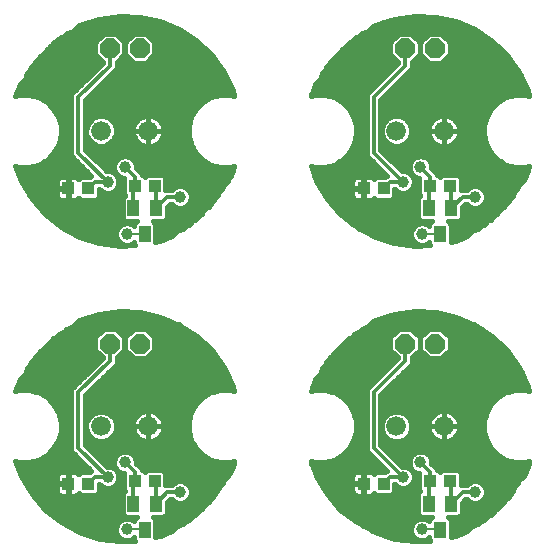
<source format=gbl>
G75*
%MOIN*%
%OFA0B0*%
%FSLAX25Y25*%
%IPPOS*%
%LPD*%
%AMOC8*
5,1,8,0,0,1.08239X$1,22.5*
%
%ADD10R,0.03937X0.05512*%
%ADD11R,0.03937X0.04331*%
%ADD12C,0.06600*%
%ADD13OC8,0.06600*%
%ADD14C,0.01600*%
%ADD15C,0.01400*%
%ADD16C,0.03962*%
%ADD17C,0.00800*%
D10*
X0053077Y0024419D03*
X0060557Y0024419D03*
X0056817Y0015757D03*
X0151502Y0024419D03*
X0158982Y0024419D03*
X0155242Y0015757D03*
X0155242Y0114183D03*
X0158982Y0122844D03*
X0151502Y0122844D03*
X0060557Y0122844D03*
X0053077Y0122844D03*
X0056817Y0114183D03*
D11*
X0053521Y0130350D03*
X0060214Y0130350D03*
X0038065Y0129461D03*
X0031372Y0129461D03*
X0053521Y0031924D03*
X0060214Y0031924D03*
X0038065Y0031036D03*
X0031372Y0031036D03*
X0129797Y0031036D03*
X0136490Y0031036D03*
X0151946Y0031924D03*
X0158639Y0031924D03*
X0158639Y0130350D03*
X0151946Y0130350D03*
X0136490Y0129461D03*
X0129797Y0129461D03*
D12*
X0140764Y0148638D03*
X0156512Y0148638D03*
X0058087Y0148638D03*
X0042339Y0148638D03*
X0042339Y0050213D03*
X0058087Y0050213D03*
X0140764Y0050213D03*
X0156512Y0050213D03*
D13*
X0153638Y0077772D03*
X0143638Y0077772D03*
X0055213Y0077772D03*
X0045213Y0077772D03*
X0045213Y0176197D03*
X0055213Y0176197D03*
X0143638Y0176197D03*
X0153638Y0176197D03*
D14*
X0019139Y0027637D02*
X0023670Y0022451D01*
X0029053Y0018158D01*
X0035117Y0014895D01*
X0041666Y0012767D01*
X0048489Y0011843D01*
X0053518Y0012068D01*
X0053248Y0012339D01*
X0053248Y0013132D01*
X0052876Y0012760D01*
X0051560Y0012214D01*
X0050135Y0012214D01*
X0048819Y0012760D01*
X0047812Y0013767D01*
X0047266Y0015083D01*
X0047266Y0016508D01*
X0047812Y0017824D01*
X0048819Y0018831D01*
X0050135Y0019377D01*
X0051560Y0019377D01*
X0052876Y0018831D01*
X0053248Y0018459D01*
X0053248Y0019176D01*
X0054135Y0020063D01*
X0050445Y0020063D01*
X0049508Y0021000D01*
X0049508Y0027837D01*
X0050360Y0028689D01*
X0049953Y0029096D01*
X0049953Y0034566D01*
X0049627Y0034566D01*
X0048311Y0035112D01*
X0047304Y0036119D01*
X0046758Y0037435D01*
X0046758Y0038860D01*
X0047304Y0040176D01*
X0048311Y0041183D01*
X0049627Y0041729D01*
X0051052Y0041729D01*
X0052368Y0041183D01*
X0053375Y0040176D01*
X0053921Y0038860D01*
X0053921Y0037819D01*
X0055821Y0035919D01*
X0055821Y0035690D01*
X0056152Y0035690D01*
X0056867Y0034975D01*
X0057583Y0035690D01*
X0062845Y0035690D01*
X0063782Y0034753D01*
X0063782Y0030541D01*
X0065863Y0030541D01*
X0066599Y0031277D01*
X0067915Y0031823D01*
X0069340Y0031823D01*
X0070656Y0031277D01*
X0071663Y0030270D01*
X0072209Y0028954D01*
X0072209Y0027529D01*
X0071663Y0026213D01*
X0070656Y0025206D01*
X0069340Y0024660D01*
X0067915Y0024660D01*
X0066599Y0025206D01*
X0065863Y0025942D01*
X0065332Y0025942D01*
X0064125Y0024735D01*
X0064125Y0021000D01*
X0063188Y0020063D01*
X0059498Y0020063D01*
X0060385Y0019176D01*
X0060385Y0013297D01*
X0062082Y0013684D01*
X0065963Y0015343D01*
X0067464Y0016844D01*
X0069481Y0017679D01*
X0070220Y0018419D01*
X0071564Y0018975D01*
X0072976Y0020387D01*
X0073712Y0020692D01*
X0073739Y0020756D01*
X0075338Y0022356D01*
X0075878Y0022579D01*
X0076101Y0023118D01*
X0077700Y0024718D01*
X0078240Y0024941D01*
X0078463Y0025481D01*
X0079760Y0026777D01*
X0080038Y0027449D01*
X0081056Y0028467D01*
X0081613Y0029811D01*
X0082631Y0030829D01*
X0083188Y0032174D01*
X0084724Y0033710D01*
X0086172Y0036717D01*
X0086665Y0038504D01*
X0085268Y0038129D01*
X0082086Y0038129D01*
X0079013Y0038953D01*
X0076258Y0040543D01*
X0074008Y0042793D01*
X0072417Y0045549D01*
X0071594Y0048622D01*
X0071594Y0051803D01*
X0072417Y0054877D01*
X0074008Y0057632D01*
X0076258Y0059882D01*
X0079013Y0061473D01*
X0082086Y0062296D01*
X0085268Y0062296D01*
X0086665Y0061922D01*
X0086172Y0063708D01*
X0083184Y0069912D01*
X0079137Y0075483D01*
X0074160Y0080242D01*
X0068413Y0084035D01*
X0062082Y0086741D01*
X0055368Y0088274D01*
X0048489Y0088583D01*
X0041666Y0087658D01*
X0035117Y0085530D01*
X0034587Y0085245D01*
X0034560Y0085181D01*
X0032961Y0083581D01*
X0030945Y0082746D01*
X0030205Y0082007D01*
X0028861Y0081450D01*
X0027449Y0080038D01*
X0026435Y0079618D01*
X0026293Y0079275D01*
X0024693Y0077676D01*
X0024154Y0077452D01*
X0023930Y0076913D01*
X0022331Y0075314D01*
X0022070Y0075206D01*
X0021962Y0074945D01*
X0020362Y0073345D01*
X0020298Y0073319D01*
X0019993Y0072582D01*
X0018975Y0071564D01*
X0018419Y0070220D01*
X0017679Y0069481D01*
X0016844Y0067464D01*
X0015244Y0065865D01*
X0015224Y0065857D01*
X0013746Y0061918D01*
X0015157Y0062296D01*
X0018339Y0062296D01*
X0021412Y0061473D01*
X0024167Y0059882D01*
X0026417Y0057632D01*
X0028008Y0054877D01*
X0028831Y0051803D01*
X0028831Y0048622D01*
X0028008Y0045549D01*
X0026417Y0042793D01*
X0024167Y0040543D01*
X0021412Y0038953D01*
X0018339Y0038129D01*
X0015157Y0038129D01*
X0013746Y0038507D01*
X0015608Y0033548D01*
X0019139Y0027637D01*
X0018818Y0028175D02*
X0027727Y0028175D01*
X0027726Y0028176D02*
X0027963Y0027765D01*
X0028298Y0027430D01*
X0028709Y0027193D01*
X0029167Y0027070D01*
X0031188Y0027070D01*
X0031188Y0030851D01*
X0031556Y0030851D01*
X0031556Y0027070D01*
X0033578Y0027070D01*
X0034035Y0027193D01*
X0034446Y0027430D01*
X0034781Y0027765D01*
X0034839Y0027865D01*
X0035434Y0027270D01*
X0040696Y0027270D01*
X0041633Y0028208D01*
X0041633Y0030895D01*
X0041733Y0030895D01*
X0042469Y0030159D01*
X0043785Y0029613D01*
X0045210Y0029613D01*
X0046526Y0030159D01*
X0047533Y0031166D01*
X0048079Y0032482D01*
X0048079Y0033907D01*
X0047533Y0035223D01*
X0046526Y0036230D01*
X0045210Y0036776D01*
X0044169Y0036776D01*
X0037019Y0043926D01*
X0037019Y0060563D01*
X0046165Y0069710D01*
X0047513Y0071057D01*
X0047513Y0073142D01*
X0050113Y0075742D01*
X0050113Y0079801D01*
X0047242Y0082672D01*
X0043183Y0082672D01*
X0040313Y0079801D01*
X0040313Y0075742D01*
X0042913Y0073142D01*
X0042913Y0072962D01*
X0032419Y0062468D01*
X0032419Y0042021D01*
X0033766Y0040674D01*
X0039108Y0035331D01*
X0038578Y0034801D01*
X0035434Y0034801D01*
X0034839Y0034206D01*
X0034781Y0034306D01*
X0034446Y0034641D01*
X0034035Y0034878D01*
X0033578Y0035001D01*
X0031556Y0035001D01*
X0031556Y0031220D01*
X0031188Y0031220D01*
X0031188Y0035001D01*
X0029167Y0035001D01*
X0028709Y0034878D01*
X0028298Y0034641D01*
X0027963Y0034306D01*
X0027726Y0033896D01*
X0027604Y0033438D01*
X0027604Y0031220D01*
X0031188Y0031220D01*
X0031188Y0030851D01*
X0027604Y0030851D01*
X0027604Y0028633D01*
X0027726Y0028176D01*
X0027604Y0029773D02*
X0017863Y0029773D01*
X0016908Y0031372D02*
X0027604Y0031372D01*
X0027604Y0032970D02*
X0015953Y0032970D01*
X0015224Y0034569D02*
X0028226Y0034569D01*
X0031188Y0034569D02*
X0031556Y0034569D01*
X0031556Y0032970D02*
X0031188Y0032970D01*
X0031188Y0031372D02*
X0031556Y0031372D01*
X0031556Y0029773D02*
X0031188Y0029773D01*
X0031188Y0028175D02*
X0031556Y0028175D01*
X0034518Y0034569D02*
X0035201Y0034569D01*
X0036674Y0037766D02*
X0014025Y0037766D01*
X0014624Y0036167D02*
X0038272Y0036167D01*
X0041580Y0039364D02*
X0046967Y0039364D01*
X0046758Y0037766D02*
X0043179Y0037766D01*
X0046589Y0036167D02*
X0047284Y0036167D01*
X0047804Y0034569D02*
X0049622Y0034569D01*
X0049953Y0032970D02*
X0048079Y0032970D01*
X0047619Y0031372D02*
X0049953Y0031372D01*
X0049953Y0029773D02*
X0045596Y0029773D01*
X0043399Y0029773D02*
X0041633Y0029773D01*
X0041601Y0028175D02*
X0049845Y0028175D01*
X0049508Y0026576D02*
X0020066Y0026576D01*
X0021462Y0024978D02*
X0049508Y0024978D01*
X0049508Y0023379D02*
X0022859Y0023379D01*
X0024510Y0021781D02*
X0049508Y0021781D01*
X0050326Y0020182D02*
X0026515Y0020182D01*
X0028519Y0018584D02*
X0048571Y0018584D01*
X0047464Y0016985D02*
X0031233Y0016985D01*
X0034203Y0015387D02*
X0047266Y0015387D01*
X0047803Y0013788D02*
X0038523Y0013788D01*
X0045928Y0012190D02*
X0053397Y0012190D01*
X0053248Y0018584D02*
X0053124Y0018584D01*
X0060385Y0018584D02*
X0070619Y0018584D01*
X0072771Y0020182D02*
X0063307Y0020182D01*
X0064125Y0021781D02*
X0074763Y0021781D01*
X0076362Y0023379D02*
X0064125Y0023379D01*
X0064368Y0024978D02*
X0067149Y0024978D01*
X0070106Y0024978D02*
X0078255Y0024978D01*
X0079559Y0026576D02*
X0071814Y0026576D01*
X0072209Y0028175D02*
X0080764Y0028175D01*
X0081597Y0029773D02*
X0071869Y0029773D01*
X0070428Y0031372D02*
X0082856Y0031372D01*
X0083984Y0032970D02*
X0063782Y0032970D01*
X0063782Y0031372D02*
X0066827Y0031372D01*
X0063782Y0034569D02*
X0085138Y0034569D01*
X0085908Y0036167D02*
X0055572Y0036167D01*
X0053974Y0037766D02*
X0086462Y0037766D01*
X0078300Y0039364D02*
X0053712Y0039364D01*
X0052589Y0040963D02*
X0075838Y0040963D01*
X0074240Y0042561D02*
X0038383Y0042561D01*
X0037019Y0044160D02*
X0073219Y0044160D01*
X0072361Y0045758D02*
X0060578Y0045758D01*
X0060760Y0045851D02*
X0061409Y0046323D01*
X0061977Y0046890D01*
X0062449Y0047540D01*
X0062813Y0048255D01*
X0063061Y0049018D01*
X0063187Y0049811D01*
X0063187Y0050213D01*
X0063187Y0050614D01*
X0063061Y0051407D01*
X0062813Y0052170D01*
X0062449Y0052886D01*
X0061977Y0053535D01*
X0061409Y0054103D01*
X0060760Y0054574D01*
X0060044Y0054939D01*
X0059281Y0055187D01*
X0058488Y0055313D01*
X0058087Y0055313D01*
X0058087Y0050213D01*
X0063187Y0050213D01*
X0058087Y0050213D01*
X0058087Y0050213D01*
X0058087Y0050213D01*
X0058087Y0055313D01*
X0057685Y0055313D01*
X0056892Y0055187D01*
X0056129Y0054939D01*
X0055414Y0054574D01*
X0054764Y0054103D01*
X0054197Y0053535D01*
X0053725Y0052886D01*
X0053360Y0052170D01*
X0053112Y0051407D01*
X0052987Y0050614D01*
X0052987Y0050213D01*
X0058086Y0050213D01*
X0058086Y0050213D01*
X0052987Y0050213D01*
X0052987Y0049811D01*
X0053112Y0049018D01*
X0053360Y0048255D01*
X0053725Y0047540D01*
X0054197Y0046890D01*
X0054764Y0046323D01*
X0055414Y0045851D01*
X0056129Y0045486D01*
X0056892Y0045238D01*
X0057685Y0045113D01*
X0058087Y0045113D01*
X0058488Y0045113D01*
X0059281Y0045238D01*
X0060044Y0045486D01*
X0060760Y0045851D01*
X0062316Y0047357D02*
X0071933Y0047357D01*
X0071594Y0048955D02*
X0063041Y0048955D01*
X0063187Y0050554D02*
X0071594Y0050554D01*
X0071687Y0052152D02*
X0062819Y0052152D01*
X0061761Y0053751D02*
X0072116Y0053751D01*
X0072690Y0055349D02*
X0037019Y0055349D01*
X0037019Y0053751D02*
X0038947Y0053751D01*
X0039563Y0054367D02*
X0038185Y0052988D01*
X0037439Y0051187D01*
X0037439Y0049238D01*
X0038185Y0047437D01*
X0039563Y0046059D01*
X0041364Y0045313D01*
X0043313Y0045313D01*
X0045114Y0046059D01*
X0046493Y0047437D01*
X0047239Y0049238D01*
X0047239Y0051187D01*
X0046493Y0052988D01*
X0045114Y0054367D01*
X0043313Y0055113D01*
X0041364Y0055113D01*
X0039563Y0054367D01*
X0037838Y0052152D02*
X0037019Y0052152D01*
X0037019Y0050554D02*
X0037439Y0050554D01*
X0037556Y0048955D02*
X0037019Y0048955D01*
X0037019Y0047357D02*
X0038265Y0047357D01*
X0037019Y0045758D02*
X0040288Y0045758D01*
X0044389Y0045758D02*
X0055595Y0045758D01*
X0053857Y0047357D02*
X0046412Y0047357D01*
X0047122Y0048955D02*
X0053133Y0048955D01*
X0052987Y0050554D02*
X0047239Y0050554D01*
X0046839Y0052152D02*
X0053354Y0052152D01*
X0054412Y0053751D02*
X0045730Y0053751D01*
X0037019Y0056948D02*
X0073613Y0056948D01*
X0074922Y0058546D02*
X0037019Y0058546D01*
X0037019Y0060145D02*
X0076714Y0060145D01*
X0080024Y0061743D02*
X0038199Y0061743D01*
X0039798Y0063342D02*
X0086273Y0063342D01*
X0085579Y0064940D02*
X0041396Y0064940D01*
X0042995Y0066539D02*
X0084809Y0066539D01*
X0084039Y0068137D02*
X0044593Y0068137D01*
X0046192Y0069736D02*
X0083269Y0069736D01*
X0082151Y0071334D02*
X0047513Y0071334D01*
X0047513Y0072933D02*
X0053122Y0072933D01*
X0053183Y0072872D02*
X0057242Y0072872D01*
X0060113Y0075742D01*
X0060113Y0079801D01*
X0057242Y0082672D01*
X0053183Y0082672D01*
X0050313Y0079801D01*
X0050313Y0075742D01*
X0053183Y0072872D01*
X0051523Y0074532D02*
X0048902Y0074532D01*
X0050113Y0076130D02*
X0050313Y0076130D01*
X0050313Y0077729D02*
X0050113Y0077729D01*
X0050113Y0079327D02*
X0050313Y0079327D01*
X0051437Y0080926D02*
X0048988Y0080926D01*
X0047390Y0082524D02*
X0053035Y0082524D01*
X0057390Y0082524D02*
X0070702Y0082524D01*
X0073124Y0080926D02*
X0058988Y0080926D01*
X0060113Y0079327D02*
X0075117Y0079327D01*
X0076789Y0077729D02*
X0060113Y0077729D01*
X0060113Y0076130D02*
X0078460Y0076130D01*
X0079828Y0074532D02*
X0058902Y0074532D01*
X0057304Y0072933D02*
X0080990Y0072933D01*
X0068209Y0084123D02*
X0033502Y0084123D01*
X0035704Y0085721D02*
X0064469Y0085721D01*
X0059548Y0087320D02*
X0040624Y0087320D01*
X0043035Y0082524D02*
X0030723Y0082524D01*
X0028337Y0080926D02*
X0041437Y0080926D01*
X0040313Y0079327D02*
X0026314Y0079327D01*
X0024746Y0077729D02*
X0040313Y0077729D01*
X0040313Y0076130D02*
X0023147Y0076130D01*
X0021549Y0074532D02*
X0041523Y0074532D01*
X0042883Y0072933D02*
X0020139Y0072933D01*
X0018880Y0071334D02*
X0041285Y0071334D01*
X0039686Y0069736D02*
X0017934Y0069736D01*
X0017123Y0068137D02*
X0038088Y0068137D01*
X0036489Y0066539D02*
X0015919Y0066539D01*
X0014881Y0064940D02*
X0034891Y0064940D01*
X0033292Y0063342D02*
X0014281Y0063342D01*
X0020401Y0061743D02*
X0032419Y0061743D01*
X0032419Y0060145D02*
X0023712Y0060145D01*
X0025503Y0058546D02*
X0032419Y0058546D01*
X0032419Y0056948D02*
X0026812Y0056948D01*
X0027735Y0055349D02*
X0032419Y0055349D01*
X0032419Y0053751D02*
X0028310Y0053751D01*
X0028738Y0052152D02*
X0032419Y0052152D01*
X0032419Y0050554D02*
X0028831Y0050554D01*
X0028831Y0048955D02*
X0032419Y0048955D01*
X0032419Y0047357D02*
X0028493Y0047357D01*
X0028064Y0045758D02*
X0032419Y0045758D01*
X0032419Y0044160D02*
X0027206Y0044160D01*
X0026185Y0042561D02*
X0032419Y0042561D01*
X0033477Y0040963D02*
X0024587Y0040963D01*
X0022125Y0039364D02*
X0035075Y0039364D01*
X0039982Y0040963D02*
X0048090Y0040963D01*
X0058087Y0045113D02*
X0058087Y0050212D01*
X0058087Y0045113D01*
X0058087Y0045758D02*
X0058087Y0045758D01*
X0058087Y0047357D02*
X0058087Y0047357D01*
X0058087Y0048955D02*
X0058087Y0048955D01*
X0058087Y0050212D02*
X0058087Y0050212D01*
X0058087Y0050554D02*
X0058087Y0050554D01*
X0058087Y0052152D02*
X0058087Y0052152D01*
X0058087Y0053751D02*
X0058087Y0053751D01*
X0060385Y0016985D02*
X0067805Y0016985D01*
X0066007Y0015387D02*
X0060385Y0015387D01*
X0060385Y0013788D02*
X0062326Y0013788D01*
X0114033Y0033548D02*
X0112171Y0038507D01*
X0113582Y0038129D01*
X0116764Y0038129D01*
X0119837Y0038953D01*
X0122593Y0040543D01*
X0124842Y0042793D01*
X0126433Y0045549D01*
X0127257Y0048622D01*
X0127257Y0051803D01*
X0126433Y0054877D01*
X0124842Y0057632D01*
X0122593Y0059882D01*
X0119837Y0061473D01*
X0116764Y0062296D01*
X0113582Y0062296D01*
X0112171Y0061918D01*
X0113650Y0065857D01*
X0113670Y0065865D01*
X0115269Y0067464D01*
X0116104Y0069481D01*
X0116844Y0070220D01*
X0117401Y0071564D01*
X0118419Y0072582D01*
X0118724Y0073319D01*
X0118788Y0073345D01*
X0120387Y0074945D01*
X0120495Y0075206D01*
X0120756Y0075314D01*
X0122356Y0076913D01*
X0122579Y0077452D01*
X0123118Y0077676D01*
X0124718Y0079275D01*
X0124860Y0079618D01*
X0125874Y0080038D01*
X0127286Y0081450D01*
X0128630Y0082007D01*
X0129370Y0082746D01*
X0131386Y0083581D01*
X0132986Y0085181D01*
X0133012Y0085245D01*
X0133542Y0085530D01*
X0140091Y0087658D01*
X0146915Y0088583D01*
X0153794Y0088274D01*
X0160507Y0086741D01*
X0166838Y0084035D01*
X0172585Y0080242D01*
X0177562Y0075483D01*
X0181610Y0069912D01*
X0184597Y0063708D01*
X0185090Y0061922D01*
X0183693Y0062296D01*
X0180512Y0062296D01*
X0177438Y0061473D01*
X0174683Y0059882D01*
X0172433Y0057632D01*
X0170842Y0054877D01*
X0170019Y0051803D01*
X0170019Y0048622D01*
X0170842Y0045549D01*
X0172433Y0042793D01*
X0174683Y0040543D01*
X0177438Y0038953D01*
X0180512Y0038129D01*
X0183693Y0038129D01*
X0185090Y0038504D01*
X0184597Y0036717D01*
X0183149Y0033710D01*
X0181613Y0032174D01*
X0181056Y0030829D01*
X0180038Y0029811D01*
X0179481Y0028467D01*
X0178463Y0027449D01*
X0178185Y0026777D01*
X0176888Y0025481D01*
X0176665Y0024941D01*
X0176126Y0024718D01*
X0174526Y0023118D01*
X0174303Y0022579D01*
X0173763Y0022356D01*
X0172164Y0020756D01*
X0172137Y0020692D01*
X0171401Y0020387D01*
X0169990Y0018975D01*
X0168645Y0018419D01*
X0167906Y0017679D01*
X0165889Y0016844D01*
X0164389Y0015343D01*
X0160507Y0013684D01*
X0158810Y0013297D01*
X0158810Y0019176D01*
X0157923Y0020063D01*
X0161613Y0020063D01*
X0162551Y0021000D01*
X0162551Y0024735D01*
X0163757Y0025942D01*
X0164288Y0025942D01*
X0165024Y0025206D01*
X0166340Y0024660D01*
X0167765Y0024660D01*
X0169081Y0025206D01*
X0170089Y0026213D01*
X0170634Y0027529D01*
X0170634Y0028954D01*
X0170089Y0030270D01*
X0169081Y0031277D01*
X0167765Y0031823D01*
X0166340Y0031823D01*
X0165024Y0031277D01*
X0164288Y0030541D01*
X0162208Y0030541D01*
X0162208Y0034753D01*
X0161270Y0035690D01*
X0156008Y0035690D01*
X0155293Y0034975D01*
X0154577Y0035690D01*
X0154246Y0035690D01*
X0154246Y0035919D01*
X0152346Y0037819D01*
X0152346Y0038860D01*
X0151801Y0040176D01*
X0150793Y0041183D01*
X0149477Y0041729D01*
X0148052Y0041729D01*
X0146736Y0041183D01*
X0145729Y0040176D01*
X0145184Y0038860D01*
X0145184Y0037435D01*
X0145729Y0036119D01*
X0146736Y0035112D01*
X0148052Y0034566D01*
X0148378Y0034566D01*
X0148378Y0029096D01*
X0148785Y0028689D01*
X0147933Y0027837D01*
X0147933Y0021000D01*
X0148870Y0020063D01*
X0152560Y0020063D01*
X0151673Y0019176D01*
X0151673Y0018459D01*
X0151301Y0018831D01*
X0149985Y0019377D01*
X0148560Y0019377D01*
X0147244Y0018831D01*
X0146237Y0017824D01*
X0145692Y0016508D01*
X0145692Y0015083D01*
X0146237Y0013767D01*
X0147244Y0012760D01*
X0148560Y0012214D01*
X0149985Y0012214D01*
X0151301Y0012760D01*
X0151673Y0013132D01*
X0151673Y0012339D01*
X0151944Y0012068D01*
X0146915Y0011843D01*
X0140091Y0012767D01*
X0133542Y0014895D01*
X0127479Y0018158D01*
X0122095Y0022451D01*
X0117565Y0027637D01*
X0114033Y0033548D01*
X0114378Y0032970D02*
X0126029Y0032970D01*
X0126029Y0033438D02*
X0126029Y0031220D01*
X0129613Y0031220D01*
X0129613Y0035001D01*
X0127592Y0035001D01*
X0127134Y0034878D01*
X0126724Y0034641D01*
X0126388Y0034306D01*
X0126151Y0033896D01*
X0126029Y0033438D01*
X0126651Y0034569D02*
X0113650Y0034569D01*
X0113050Y0036167D02*
X0136697Y0036167D01*
X0137533Y0035331D02*
X0137003Y0034801D01*
X0133859Y0034801D01*
X0133264Y0034206D01*
X0133206Y0034306D01*
X0132871Y0034641D01*
X0132461Y0034878D01*
X0132003Y0035001D01*
X0129982Y0035001D01*
X0129982Y0031220D01*
X0129613Y0031220D01*
X0129613Y0030851D01*
X0129982Y0030851D01*
X0129982Y0027070D01*
X0132003Y0027070D01*
X0132461Y0027193D01*
X0132871Y0027430D01*
X0133206Y0027765D01*
X0133264Y0027865D01*
X0133859Y0027270D01*
X0139121Y0027270D01*
X0140059Y0028208D01*
X0140059Y0030895D01*
X0140158Y0030895D01*
X0140894Y0030159D01*
X0142210Y0029613D01*
X0143635Y0029613D01*
X0144951Y0030159D01*
X0145959Y0031166D01*
X0146504Y0032482D01*
X0146504Y0033907D01*
X0145959Y0035223D01*
X0144951Y0036230D01*
X0143635Y0036776D01*
X0142594Y0036776D01*
X0135444Y0043926D01*
X0135444Y0060563D01*
X0144590Y0069710D01*
X0145938Y0071057D01*
X0145938Y0073142D01*
X0148538Y0075742D01*
X0148538Y0079801D01*
X0145667Y0082672D01*
X0141608Y0082672D01*
X0138738Y0079801D01*
X0138738Y0075742D01*
X0141338Y0073142D01*
X0141338Y0072962D01*
X0130844Y0062468D01*
X0130844Y0042021D01*
X0132191Y0040674D01*
X0137533Y0035331D01*
X0135099Y0037766D02*
X0112450Y0037766D01*
X0115333Y0031372D02*
X0126029Y0031372D01*
X0126029Y0030851D02*
X0126029Y0028633D01*
X0126151Y0028176D01*
X0126388Y0027765D01*
X0126724Y0027430D01*
X0127134Y0027193D01*
X0127592Y0027070D01*
X0129613Y0027070D01*
X0129613Y0030851D01*
X0126029Y0030851D01*
X0126029Y0029773D02*
X0116288Y0029773D01*
X0117243Y0028175D02*
X0126152Y0028175D01*
X0129613Y0028175D02*
X0129982Y0028175D01*
X0129982Y0029773D02*
X0129613Y0029773D01*
X0129613Y0031372D02*
X0129982Y0031372D01*
X0129982Y0032970D02*
X0129613Y0032970D01*
X0129613Y0034569D02*
X0129982Y0034569D01*
X0132944Y0034569D02*
X0133627Y0034569D01*
X0133500Y0039364D02*
X0120550Y0039364D01*
X0123012Y0040963D02*
X0131902Y0040963D01*
X0130844Y0042561D02*
X0124611Y0042561D01*
X0125631Y0044160D02*
X0130844Y0044160D01*
X0130844Y0045758D02*
X0126489Y0045758D01*
X0126918Y0047357D02*
X0130844Y0047357D01*
X0130844Y0048955D02*
X0127257Y0048955D01*
X0127257Y0050554D02*
X0130844Y0050554D01*
X0130844Y0052152D02*
X0127163Y0052152D01*
X0126735Y0053751D02*
X0130844Y0053751D01*
X0130844Y0055349D02*
X0126160Y0055349D01*
X0125237Y0056948D02*
X0130844Y0056948D01*
X0130844Y0058546D02*
X0123928Y0058546D01*
X0122137Y0060145D02*
X0130844Y0060145D01*
X0130844Y0061743D02*
X0118826Y0061743D01*
X0114344Y0066539D02*
X0134914Y0066539D01*
X0133316Y0064940D02*
X0113306Y0064940D01*
X0112706Y0063342D02*
X0131717Y0063342D01*
X0135444Y0060145D02*
X0175139Y0060145D01*
X0173348Y0058546D02*
X0135444Y0058546D01*
X0135444Y0056948D02*
X0172038Y0056948D01*
X0171115Y0055349D02*
X0135444Y0055349D01*
X0135444Y0053751D02*
X0137372Y0053751D01*
X0137988Y0054367D02*
X0136610Y0052988D01*
X0135864Y0051187D01*
X0135864Y0049238D01*
X0136610Y0047437D01*
X0137988Y0046059D01*
X0139789Y0045313D01*
X0141738Y0045313D01*
X0143539Y0046059D01*
X0144918Y0047437D01*
X0145664Y0049238D01*
X0145664Y0051187D01*
X0144918Y0052988D01*
X0143539Y0054367D01*
X0141738Y0055113D01*
X0139789Y0055113D01*
X0137988Y0054367D01*
X0136264Y0052152D02*
X0135444Y0052152D01*
X0135444Y0050554D02*
X0135864Y0050554D01*
X0135981Y0048955D02*
X0135444Y0048955D01*
X0135444Y0047357D02*
X0136690Y0047357D01*
X0135444Y0045758D02*
X0138713Y0045758D01*
X0135444Y0044160D02*
X0171644Y0044160D01*
X0170786Y0045758D02*
X0159003Y0045758D01*
X0159185Y0045851D02*
X0158470Y0045486D01*
X0157706Y0045238D01*
X0156913Y0045113D01*
X0156512Y0045113D01*
X0156512Y0050212D01*
X0156512Y0050212D01*
X0156512Y0050213D02*
X0156512Y0050213D01*
X0156512Y0050213D01*
X0156512Y0055313D01*
X0156913Y0055313D01*
X0157706Y0055187D01*
X0158470Y0054939D01*
X0159185Y0054574D01*
X0159834Y0054103D01*
X0160402Y0053535D01*
X0160874Y0052886D01*
X0161238Y0052170D01*
X0161486Y0051407D01*
X0161612Y0050614D01*
X0161612Y0050213D01*
X0156512Y0050213D01*
X0156512Y0055313D01*
X0156110Y0055313D01*
X0155318Y0055187D01*
X0154554Y0054939D01*
X0153839Y0054574D01*
X0153189Y0054103D01*
X0152622Y0053535D01*
X0152150Y0052886D01*
X0151785Y0052170D01*
X0151537Y0051407D01*
X0151412Y0050614D01*
X0151412Y0050213D01*
X0156512Y0050213D01*
X0156512Y0050213D01*
X0161612Y0050213D01*
X0161612Y0049811D01*
X0161486Y0049018D01*
X0161238Y0048255D01*
X0160874Y0047540D01*
X0160402Y0046890D01*
X0159834Y0046323D01*
X0159185Y0045851D01*
X0160741Y0047357D02*
X0170358Y0047357D01*
X0170019Y0048955D02*
X0161466Y0048955D01*
X0161612Y0050554D02*
X0170019Y0050554D01*
X0170112Y0052152D02*
X0161244Y0052152D01*
X0160186Y0053751D02*
X0170541Y0053751D01*
X0178449Y0061743D02*
X0136624Y0061743D01*
X0138223Y0063342D02*
X0184698Y0063342D01*
X0184004Y0064940D02*
X0139821Y0064940D01*
X0141420Y0066539D02*
X0183234Y0066539D01*
X0182464Y0068137D02*
X0143018Y0068137D01*
X0144617Y0069736D02*
X0181695Y0069736D01*
X0180576Y0071334D02*
X0145938Y0071334D01*
X0145938Y0072933D02*
X0151547Y0072933D01*
X0151608Y0072872D02*
X0155667Y0072872D01*
X0158538Y0075742D01*
X0158538Y0079801D01*
X0155667Y0082672D01*
X0151608Y0082672D01*
X0148738Y0079801D01*
X0148738Y0075742D01*
X0151608Y0072872D01*
X0149948Y0074532D02*
X0147327Y0074532D01*
X0148538Y0076130D02*
X0148738Y0076130D01*
X0148738Y0077729D02*
X0148538Y0077729D01*
X0148538Y0079327D02*
X0148738Y0079327D01*
X0149862Y0080926D02*
X0147414Y0080926D01*
X0145815Y0082524D02*
X0151461Y0082524D01*
X0155815Y0082524D02*
X0169128Y0082524D01*
X0171549Y0080926D02*
X0157414Y0080926D01*
X0158538Y0079327D02*
X0173542Y0079327D01*
X0175214Y0077729D02*
X0158538Y0077729D01*
X0158538Y0076130D02*
X0176886Y0076130D01*
X0178254Y0074532D02*
X0157327Y0074532D01*
X0155729Y0072933D02*
X0179415Y0072933D01*
X0166634Y0084123D02*
X0131927Y0084123D01*
X0134129Y0085721D02*
X0162894Y0085721D01*
X0157973Y0087320D02*
X0139049Y0087320D01*
X0141461Y0082524D02*
X0129148Y0082524D01*
X0126762Y0080926D02*
X0139862Y0080926D01*
X0138738Y0079327D02*
X0124739Y0079327D01*
X0123171Y0077729D02*
X0138738Y0077729D01*
X0138738Y0076130D02*
X0121573Y0076130D01*
X0119974Y0074532D02*
X0139948Y0074532D01*
X0141309Y0072933D02*
X0118564Y0072933D01*
X0117305Y0071334D02*
X0139710Y0071334D01*
X0138112Y0069736D02*
X0116360Y0069736D01*
X0115548Y0068137D02*
X0136513Y0068137D01*
X0144155Y0053751D02*
X0152838Y0053751D01*
X0151780Y0052152D02*
X0145264Y0052152D01*
X0145664Y0050554D02*
X0151412Y0050554D01*
X0151412Y0050213D02*
X0151412Y0049811D01*
X0151537Y0049018D01*
X0151785Y0048255D01*
X0152150Y0047540D01*
X0152622Y0046890D01*
X0153189Y0046323D01*
X0153839Y0045851D01*
X0154554Y0045486D01*
X0155318Y0045238D01*
X0156110Y0045113D01*
X0156512Y0045113D01*
X0156512Y0050212D01*
X0156512Y0050213D02*
X0151412Y0050213D01*
X0151558Y0048955D02*
X0145547Y0048955D01*
X0144838Y0047357D02*
X0152283Y0047357D01*
X0154020Y0045758D02*
X0142815Y0045758D01*
X0146516Y0040963D02*
X0138407Y0040963D01*
X0136809Y0042561D02*
X0172665Y0042561D01*
X0174264Y0040963D02*
X0151014Y0040963D01*
X0152137Y0039364D02*
X0176725Y0039364D01*
X0182410Y0032970D02*
X0162208Y0032970D01*
X0162208Y0031372D02*
X0165252Y0031372D01*
X0168854Y0031372D02*
X0181281Y0031372D01*
X0180022Y0029773D02*
X0170294Y0029773D01*
X0170634Y0028175D02*
X0179189Y0028175D01*
X0177984Y0026576D02*
X0170239Y0026576D01*
X0168531Y0024978D02*
X0176680Y0024978D01*
X0174787Y0023379D02*
X0162551Y0023379D01*
X0162551Y0021781D02*
X0173188Y0021781D01*
X0171196Y0020182D02*
X0161733Y0020182D01*
X0158810Y0018584D02*
X0169044Y0018584D01*
X0166231Y0016985D02*
X0158810Y0016985D01*
X0158810Y0015387D02*
X0164432Y0015387D01*
X0160751Y0013788D02*
X0158810Y0013788D01*
X0151822Y0012190D02*
X0144353Y0012190D01*
X0146228Y0013788D02*
X0136948Y0013788D01*
X0132628Y0015387D02*
X0145692Y0015387D01*
X0145889Y0016985D02*
X0129658Y0016985D01*
X0126945Y0018584D02*
X0146996Y0018584D01*
X0148751Y0020182D02*
X0124940Y0020182D01*
X0122936Y0021781D02*
X0147933Y0021781D01*
X0147933Y0023379D02*
X0121284Y0023379D01*
X0119888Y0024978D02*
X0147933Y0024978D01*
X0147933Y0026576D02*
X0118491Y0026576D01*
X0117565Y0027637D02*
X0117565Y0027637D01*
X0140026Y0028175D02*
X0148271Y0028175D01*
X0148378Y0029773D02*
X0144021Y0029773D01*
X0141825Y0029773D02*
X0140059Y0029773D01*
X0146044Y0031372D02*
X0148378Y0031372D01*
X0148378Y0032970D02*
X0146504Y0032970D01*
X0146230Y0034569D02*
X0148047Y0034569D01*
X0145709Y0036167D02*
X0145014Y0036167D01*
X0145184Y0037766D02*
X0141604Y0037766D01*
X0140006Y0039364D02*
X0145393Y0039364D01*
X0152399Y0037766D02*
X0184887Y0037766D01*
X0184333Y0036167D02*
X0153998Y0036167D01*
X0162208Y0034569D02*
X0183563Y0034569D01*
X0165574Y0024978D02*
X0162794Y0024978D01*
X0151673Y0018584D02*
X0151549Y0018584D01*
X0156512Y0045758D02*
X0156512Y0045758D01*
X0156512Y0047357D02*
X0156512Y0047357D01*
X0156512Y0048955D02*
X0156512Y0048955D01*
X0156512Y0050554D02*
X0156512Y0050554D01*
X0156512Y0052152D02*
X0156512Y0052152D01*
X0156512Y0053751D02*
X0156512Y0053751D01*
X0151944Y0110494D02*
X0146915Y0110268D01*
X0140091Y0111192D01*
X0133542Y0113320D01*
X0127479Y0116583D01*
X0122095Y0120876D01*
X0117565Y0126062D01*
X0114033Y0131973D01*
X0112171Y0136932D01*
X0113582Y0136554D01*
X0116764Y0136554D01*
X0119837Y0137378D01*
X0122593Y0138969D01*
X0124842Y0141218D01*
X0126433Y0143974D01*
X0127257Y0147047D01*
X0127257Y0150229D01*
X0126433Y0153302D01*
X0124842Y0156057D01*
X0122593Y0158307D01*
X0119837Y0159898D01*
X0116764Y0160721D01*
X0113582Y0160721D01*
X0112171Y0160343D01*
X0113650Y0164282D01*
X0113670Y0164290D01*
X0115269Y0165889D01*
X0116104Y0167906D01*
X0116844Y0168645D01*
X0117401Y0169990D01*
X0118419Y0171008D01*
X0118724Y0171744D01*
X0118788Y0171770D01*
X0120387Y0173370D01*
X0120495Y0173631D01*
X0120756Y0173739D01*
X0122356Y0175338D01*
X0122579Y0175878D01*
X0123118Y0176101D01*
X0124718Y0177700D01*
X0124860Y0178043D01*
X0125874Y0178463D01*
X0127286Y0179875D01*
X0128630Y0180432D01*
X0129370Y0181171D01*
X0131386Y0182007D01*
X0132986Y0183606D01*
X0133012Y0183670D01*
X0133542Y0183956D01*
X0140091Y0186083D01*
X0146915Y0187008D01*
X0153794Y0186699D01*
X0160507Y0185167D01*
X0166838Y0182460D01*
X0172585Y0178667D01*
X0177562Y0173908D01*
X0181610Y0168338D01*
X0184597Y0162134D01*
X0185090Y0160347D01*
X0183693Y0160721D01*
X0180512Y0160721D01*
X0177438Y0159898D01*
X0174683Y0158307D01*
X0172433Y0156057D01*
X0170842Y0153302D01*
X0170019Y0150229D01*
X0170019Y0147047D01*
X0170842Y0143974D01*
X0172433Y0141218D01*
X0174683Y0138969D01*
X0177438Y0137378D01*
X0180512Y0136554D01*
X0183693Y0136554D01*
X0185090Y0136929D01*
X0184597Y0135142D01*
X0183149Y0132135D01*
X0181613Y0130599D01*
X0181056Y0129255D01*
X0180038Y0128237D01*
X0179481Y0126892D01*
X0178463Y0125874D01*
X0178185Y0125202D01*
X0176888Y0123906D01*
X0176665Y0123366D01*
X0176126Y0123143D01*
X0174526Y0121544D01*
X0174303Y0121004D01*
X0173763Y0120781D01*
X0172164Y0119181D01*
X0172137Y0119117D01*
X0171401Y0118812D01*
X0169990Y0117401D01*
X0168645Y0116844D01*
X0167906Y0116104D01*
X0165889Y0115269D01*
X0164389Y0113768D01*
X0160507Y0112109D01*
X0158810Y0111722D01*
X0158810Y0117601D01*
X0157923Y0118488D01*
X0161613Y0118488D01*
X0162551Y0119425D01*
X0162551Y0123160D01*
X0163757Y0124367D01*
X0164288Y0124367D01*
X0165024Y0123631D01*
X0166340Y0123086D01*
X0167765Y0123086D01*
X0169081Y0123631D01*
X0170089Y0124638D01*
X0170634Y0125954D01*
X0170634Y0127379D01*
X0170089Y0128695D01*
X0169081Y0129703D01*
X0167765Y0130248D01*
X0166340Y0130248D01*
X0165024Y0129703D01*
X0164288Y0128967D01*
X0162208Y0128967D01*
X0162208Y0133178D01*
X0161270Y0134115D01*
X0156008Y0134115D01*
X0155293Y0133400D01*
X0154577Y0134115D01*
X0154246Y0134115D01*
X0154246Y0134344D01*
X0152346Y0136244D01*
X0152346Y0137285D01*
X0151801Y0138601D01*
X0150793Y0139609D01*
X0149477Y0140154D01*
X0148052Y0140154D01*
X0146736Y0139609D01*
X0145729Y0138601D01*
X0145184Y0137285D01*
X0145184Y0135860D01*
X0145729Y0134544D01*
X0146736Y0133537D01*
X0148052Y0132992D01*
X0148378Y0132992D01*
X0148378Y0127522D01*
X0148785Y0127114D01*
X0147933Y0126263D01*
X0147933Y0119425D01*
X0148870Y0118488D01*
X0152560Y0118488D01*
X0151673Y0117601D01*
X0151673Y0116884D01*
X0151301Y0117257D01*
X0149985Y0117802D01*
X0148560Y0117802D01*
X0147244Y0117257D01*
X0146237Y0116249D01*
X0145692Y0114933D01*
X0145692Y0113508D01*
X0146237Y0112192D01*
X0147244Y0111185D01*
X0148560Y0110640D01*
X0149985Y0110640D01*
X0151301Y0111185D01*
X0151673Y0111557D01*
X0151673Y0110764D01*
X0151944Y0110494D01*
X0151673Y0111297D02*
X0151414Y0111297D01*
X0147132Y0111297D02*
X0139767Y0111297D01*
X0134848Y0112896D02*
X0145945Y0112896D01*
X0145692Y0114494D02*
X0131360Y0114494D01*
X0128389Y0116093D02*
X0146172Y0116093D01*
X0148294Y0117691D02*
X0126089Y0117691D01*
X0124084Y0119290D02*
X0148069Y0119290D01*
X0147933Y0120888D02*
X0122084Y0120888D01*
X0120688Y0122487D02*
X0147933Y0122487D01*
X0147933Y0124085D02*
X0119291Y0124085D01*
X0117895Y0125684D02*
X0127020Y0125684D01*
X0127134Y0125618D02*
X0127592Y0125496D01*
X0129613Y0125496D01*
X0129613Y0129277D01*
X0126029Y0129277D01*
X0126029Y0127059D01*
X0126151Y0126601D01*
X0126388Y0126190D01*
X0126724Y0125855D01*
X0127134Y0125618D01*
X0126029Y0127282D02*
X0116835Y0127282D01*
X0115880Y0128881D02*
X0126029Y0128881D01*
X0126029Y0129645D02*
X0129613Y0129645D01*
X0129613Y0129277D01*
X0129982Y0129277D01*
X0129982Y0125496D01*
X0132003Y0125496D01*
X0132461Y0125618D01*
X0132871Y0125855D01*
X0133206Y0126190D01*
X0133264Y0126290D01*
X0133859Y0125696D01*
X0139121Y0125696D01*
X0140059Y0126633D01*
X0140059Y0129320D01*
X0140158Y0129320D01*
X0140894Y0128584D01*
X0142210Y0128039D01*
X0143635Y0128039D01*
X0144951Y0128584D01*
X0145959Y0129591D01*
X0146504Y0130907D01*
X0146504Y0132332D01*
X0145959Y0133648D01*
X0144951Y0134656D01*
X0143635Y0135201D01*
X0142594Y0135201D01*
X0135444Y0142351D01*
X0135444Y0158988D01*
X0144590Y0168135D01*
X0145938Y0169482D01*
X0145938Y0171567D01*
X0148538Y0174167D01*
X0148538Y0178226D01*
X0145667Y0181097D01*
X0141608Y0181097D01*
X0138738Y0178226D01*
X0138738Y0174167D01*
X0141338Y0171567D01*
X0141338Y0171387D01*
X0130844Y0160893D01*
X0130844Y0140446D01*
X0132191Y0139099D01*
X0137533Y0133757D01*
X0137003Y0133226D01*
X0133859Y0133226D01*
X0133264Y0132631D01*
X0133206Y0132731D01*
X0132871Y0133067D01*
X0132461Y0133304D01*
X0132003Y0133426D01*
X0129982Y0133426D01*
X0129982Y0129645D01*
X0129613Y0129645D01*
X0129613Y0133426D01*
X0127592Y0133426D01*
X0127134Y0133304D01*
X0126724Y0133067D01*
X0126388Y0132731D01*
X0126151Y0132321D01*
X0126029Y0131863D01*
X0126029Y0129645D01*
X0126029Y0130479D02*
X0114925Y0130479D01*
X0113993Y0132078D02*
X0126086Y0132078D01*
X0129613Y0132078D02*
X0129982Y0132078D01*
X0129982Y0130479D02*
X0129613Y0130479D01*
X0129613Y0128881D02*
X0129982Y0128881D01*
X0129982Y0127282D02*
X0129613Y0127282D01*
X0129613Y0125684D02*
X0129982Y0125684D01*
X0132574Y0125684D02*
X0147933Y0125684D01*
X0148617Y0127282D02*
X0140059Y0127282D01*
X0140059Y0128881D02*
X0140597Y0128881D01*
X0145248Y0128881D02*
X0148378Y0128881D01*
X0148378Y0130479D02*
X0146327Y0130479D01*
X0146504Y0132078D02*
X0148378Y0132078D01*
X0146597Y0133676D02*
X0145930Y0133676D01*
X0145426Y0135275D02*
X0142520Y0135275D01*
X0140922Y0136873D02*
X0145184Y0136873D01*
X0145675Y0138472D02*
X0139323Y0138472D01*
X0137725Y0140070D02*
X0147851Y0140070D01*
X0149678Y0140070D02*
X0173581Y0140070D01*
X0172173Y0141669D02*
X0136126Y0141669D01*
X0135444Y0143268D02*
X0171250Y0143268D01*
X0170603Y0144866D02*
X0159953Y0144866D01*
X0159834Y0144748D02*
X0160402Y0145315D01*
X0160874Y0145965D01*
X0161238Y0146680D01*
X0161486Y0147444D01*
X0161612Y0148236D01*
X0161612Y0148638D01*
X0161612Y0149039D01*
X0161486Y0149832D01*
X0161238Y0150596D01*
X0160874Y0151311D01*
X0160402Y0151960D01*
X0159834Y0152528D01*
X0159185Y0153000D01*
X0158470Y0153364D01*
X0157706Y0153612D01*
X0156913Y0153738D01*
X0156512Y0153738D01*
X0156512Y0148638D01*
X0161612Y0148638D01*
X0156512Y0148638D01*
X0156512Y0148638D01*
X0156512Y0148638D01*
X0156512Y0153738D01*
X0156110Y0153738D01*
X0155318Y0153612D01*
X0154554Y0153364D01*
X0153839Y0153000D01*
X0153189Y0152528D01*
X0152622Y0151960D01*
X0152150Y0151311D01*
X0151785Y0150596D01*
X0151537Y0149832D01*
X0151412Y0149039D01*
X0151412Y0148638D01*
X0156512Y0148638D01*
X0156512Y0148638D01*
X0156512Y0143538D01*
X0156913Y0143538D01*
X0157706Y0143663D01*
X0158470Y0143911D01*
X0159185Y0144276D01*
X0159834Y0144748D01*
X0161128Y0146465D02*
X0170175Y0146465D01*
X0170019Y0148063D02*
X0161584Y0148063D01*
X0161513Y0149662D02*
X0170019Y0149662D01*
X0170295Y0151260D02*
X0160900Y0151260D01*
X0159379Y0152859D02*
X0170724Y0152859D01*
X0171509Y0154457D02*
X0135444Y0154457D01*
X0135444Y0152859D02*
X0138149Y0152859D01*
X0137988Y0152792D02*
X0136610Y0151413D01*
X0135864Y0149612D01*
X0135864Y0147663D01*
X0136610Y0145862D01*
X0137988Y0144484D01*
X0139789Y0143738D01*
X0141738Y0143738D01*
X0143539Y0144484D01*
X0144918Y0145862D01*
X0145664Y0147663D01*
X0145664Y0149612D01*
X0144918Y0151413D01*
X0143539Y0152792D01*
X0141738Y0153538D01*
X0139789Y0153538D01*
X0137988Y0152792D01*
X0136546Y0151260D02*
X0135444Y0151260D01*
X0135444Y0149662D02*
X0135884Y0149662D01*
X0135864Y0148063D02*
X0135444Y0148063D01*
X0135444Y0146465D02*
X0136360Y0146465D01*
X0135444Y0144866D02*
X0137606Y0144866D01*
X0143922Y0144866D02*
X0153071Y0144866D01*
X0153189Y0144748D02*
X0152622Y0145315D01*
X0152150Y0145965D01*
X0151785Y0146680D01*
X0151537Y0147444D01*
X0151412Y0148236D01*
X0151412Y0148638D01*
X0156512Y0148638D01*
X0156512Y0148638D01*
X0156512Y0143538D01*
X0156110Y0143538D01*
X0155318Y0143663D01*
X0154554Y0143911D01*
X0153839Y0144276D01*
X0153189Y0144748D01*
X0151895Y0146465D02*
X0145167Y0146465D01*
X0145664Y0148063D02*
X0151439Y0148063D01*
X0151510Y0149662D02*
X0145643Y0149662D01*
X0144981Y0151260D02*
X0152124Y0151260D01*
X0153645Y0152859D02*
X0143378Y0152859D01*
X0135444Y0156056D02*
X0172432Y0156056D01*
X0174030Y0157654D02*
X0135444Y0157654D01*
X0135708Y0159253D02*
X0176321Y0159253D01*
X0182906Y0165647D02*
X0142102Y0165647D01*
X0140504Y0164048D02*
X0183675Y0164048D01*
X0184445Y0162450D02*
X0138905Y0162450D01*
X0137307Y0160851D02*
X0184951Y0160851D01*
X0182136Y0167245D02*
X0143701Y0167245D01*
X0145299Y0168844D02*
X0181242Y0168844D01*
X0180081Y0170442D02*
X0145938Y0170442D01*
X0146411Y0172041D02*
X0150864Y0172041D01*
X0151608Y0171297D02*
X0148738Y0174167D01*
X0148738Y0178226D01*
X0151608Y0181097D01*
X0155667Y0181097D01*
X0158538Y0178226D01*
X0158538Y0174167D01*
X0155667Y0171297D01*
X0151608Y0171297D01*
X0149266Y0173639D02*
X0148010Y0173639D01*
X0148538Y0175238D02*
X0148738Y0175238D01*
X0148738Y0176836D02*
X0148538Y0176836D01*
X0148330Y0178435D02*
X0148946Y0178435D01*
X0150545Y0180033D02*
X0146731Y0180033D01*
X0140545Y0180033D02*
X0127668Y0180033D01*
X0125805Y0178435D02*
X0138946Y0178435D01*
X0138738Y0176836D02*
X0123854Y0176836D01*
X0122255Y0175238D02*
X0138738Y0175238D01*
X0139266Y0173639D02*
X0120516Y0173639D01*
X0119058Y0172041D02*
X0140864Y0172041D01*
X0140393Y0170442D02*
X0117853Y0170442D01*
X0116926Y0168844D02*
X0138794Y0168844D01*
X0137195Y0167245D02*
X0115831Y0167245D01*
X0115026Y0165647D02*
X0135597Y0165647D01*
X0133998Y0164048D02*
X0113562Y0164048D01*
X0112962Y0162450D02*
X0132400Y0162450D01*
X0130844Y0160851D02*
X0112362Y0160851D01*
X0120955Y0159253D02*
X0130844Y0159253D01*
X0130844Y0157654D02*
X0123245Y0157654D01*
X0124843Y0156056D02*
X0130844Y0156056D01*
X0130844Y0154457D02*
X0125766Y0154457D01*
X0126552Y0152859D02*
X0130844Y0152859D01*
X0130844Y0151260D02*
X0126980Y0151260D01*
X0127257Y0149662D02*
X0130844Y0149662D01*
X0130844Y0148063D02*
X0127257Y0148063D01*
X0127101Y0146465D02*
X0130844Y0146465D01*
X0130844Y0144866D02*
X0126672Y0144866D01*
X0126025Y0143268D02*
X0130844Y0143268D01*
X0130844Y0141669D02*
X0125103Y0141669D01*
X0123695Y0140070D02*
X0131219Y0140070D01*
X0132818Y0138472D02*
X0121732Y0138472D01*
X0117955Y0136873D02*
X0134416Y0136873D01*
X0136015Y0135275D02*
X0112793Y0135275D01*
X0112391Y0136873D02*
X0112194Y0136873D01*
X0113393Y0133676D02*
X0137453Y0133676D01*
X0151854Y0138472D02*
X0175543Y0138472D01*
X0179320Y0136873D02*
X0152346Y0136873D01*
X0153315Y0135275D02*
X0184634Y0135275D01*
X0184884Y0136873D02*
X0185075Y0136873D01*
X0183892Y0133676D02*
X0161709Y0133676D01*
X0162208Y0132078D02*
X0183092Y0132078D01*
X0181563Y0130479D02*
X0162208Y0130479D01*
X0163476Y0124085D02*
X0164570Y0124085D01*
X0162551Y0122487D02*
X0175470Y0122487D01*
X0174023Y0120888D02*
X0162551Y0120888D01*
X0162415Y0119290D02*
X0172272Y0119290D01*
X0170280Y0117691D02*
X0158720Y0117691D01*
X0158810Y0116093D02*
X0167878Y0116093D01*
X0165115Y0114494D02*
X0158810Y0114494D01*
X0158810Y0112896D02*
X0162348Y0112896D01*
X0151764Y0117691D02*
X0150252Y0117691D01*
X0155016Y0133676D02*
X0155569Y0133676D01*
X0156512Y0144866D02*
X0156512Y0144866D01*
X0156512Y0146465D02*
X0156512Y0146465D01*
X0156512Y0148063D02*
X0156512Y0148063D01*
X0156512Y0149662D02*
X0156512Y0149662D01*
X0156512Y0151260D02*
X0156512Y0151260D01*
X0156512Y0152859D02*
X0156512Y0152859D01*
X0156411Y0172041D02*
X0178919Y0172041D01*
X0177758Y0173639D02*
X0158010Y0173639D01*
X0158538Y0175238D02*
X0176172Y0175238D01*
X0174500Y0176836D02*
X0158538Y0176836D01*
X0158330Y0178435D02*
X0172828Y0178435D01*
X0170515Y0180033D02*
X0156731Y0180033D01*
X0161297Y0184829D02*
X0136230Y0184829D01*
X0132610Y0183230D02*
X0165037Y0183230D01*
X0168094Y0181632D02*
X0130481Y0181632D01*
X0142629Y0186427D02*
X0154983Y0186427D01*
X0169903Y0128881D02*
X0180682Y0128881D01*
X0179643Y0127282D02*
X0170634Y0127282D01*
X0170522Y0125684D02*
X0178384Y0125684D01*
X0177068Y0124085D02*
X0169536Y0124085D01*
X0086665Y0136929D02*
X0086172Y0135142D01*
X0084724Y0132135D01*
X0083188Y0130599D01*
X0082631Y0129255D01*
X0081613Y0128237D01*
X0081056Y0126892D01*
X0080038Y0125874D01*
X0079760Y0125202D01*
X0078463Y0123906D01*
X0078240Y0123366D01*
X0077700Y0123143D01*
X0076101Y0121544D01*
X0075878Y0121004D01*
X0075338Y0120781D01*
X0073739Y0119181D01*
X0073712Y0119117D01*
X0072976Y0118812D01*
X0071564Y0117401D01*
X0070220Y0116844D01*
X0069481Y0116104D01*
X0067464Y0115269D01*
X0065963Y0113768D01*
X0062082Y0112109D01*
X0060385Y0111722D01*
X0060385Y0117601D01*
X0059498Y0118488D01*
X0063188Y0118488D01*
X0064125Y0119425D01*
X0064125Y0123160D01*
X0065332Y0124367D01*
X0065863Y0124367D01*
X0066599Y0123631D01*
X0067915Y0123086D01*
X0069340Y0123086D01*
X0070656Y0123631D01*
X0071663Y0124638D01*
X0072209Y0125954D01*
X0072209Y0127379D01*
X0071663Y0128695D01*
X0070656Y0129703D01*
X0069340Y0130248D01*
X0067915Y0130248D01*
X0066599Y0129703D01*
X0065863Y0128967D01*
X0063782Y0128967D01*
X0063782Y0133178D01*
X0062845Y0134115D01*
X0057583Y0134115D01*
X0056867Y0133400D01*
X0056152Y0134115D01*
X0055821Y0134115D01*
X0055821Y0134344D01*
X0053921Y0136244D01*
X0053921Y0137285D01*
X0053375Y0138601D01*
X0052368Y0139609D01*
X0051052Y0140154D01*
X0049627Y0140154D01*
X0048311Y0139609D01*
X0047304Y0138601D01*
X0046758Y0137285D01*
X0046758Y0135860D01*
X0047304Y0134544D01*
X0048311Y0133537D01*
X0049627Y0132992D01*
X0049953Y0132992D01*
X0049953Y0127522D01*
X0050360Y0127114D01*
X0049508Y0126263D01*
X0049508Y0119425D01*
X0050445Y0118488D01*
X0054135Y0118488D01*
X0053248Y0117601D01*
X0053248Y0116884D01*
X0052876Y0117257D01*
X0051560Y0117802D01*
X0050135Y0117802D01*
X0048819Y0117257D01*
X0047812Y0116249D01*
X0047266Y0114933D01*
X0047266Y0113508D01*
X0047812Y0112192D01*
X0048819Y0111185D01*
X0050135Y0110640D01*
X0051560Y0110640D01*
X0052876Y0111185D01*
X0053248Y0111557D01*
X0053248Y0110764D01*
X0053518Y0110494D01*
X0048489Y0110268D01*
X0041666Y0111192D01*
X0035117Y0113320D01*
X0029053Y0116583D01*
X0023670Y0120876D01*
X0019139Y0126062D01*
X0015608Y0131973D01*
X0013746Y0136932D01*
X0015157Y0136554D01*
X0018339Y0136554D01*
X0021412Y0137378D01*
X0024167Y0138969D01*
X0026417Y0141218D01*
X0028008Y0143974D01*
X0028831Y0147047D01*
X0028831Y0150229D01*
X0028008Y0153302D01*
X0026417Y0156057D01*
X0024167Y0158307D01*
X0021412Y0159898D01*
X0018339Y0160721D01*
X0015157Y0160721D01*
X0013746Y0160343D01*
X0015224Y0164282D01*
X0015244Y0164290D01*
X0016844Y0165889D01*
X0017679Y0167906D01*
X0018419Y0168645D01*
X0018975Y0169990D01*
X0019993Y0171008D01*
X0020298Y0171744D01*
X0020362Y0171770D01*
X0021962Y0173370D01*
X0022070Y0173631D01*
X0022331Y0173739D01*
X0023930Y0175338D01*
X0024154Y0175878D01*
X0024693Y0176101D01*
X0026293Y0177700D01*
X0026435Y0178043D01*
X0027449Y0178463D01*
X0028861Y0179875D01*
X0030205Y0180432D01*
X0030945Y0181171D01*
X0032961Y0182007D01*
X0034560Y0183606D01*
X0034587Y0183670D01*
X0035117Y0183956D01*
X0041666Y0186083D01*
X0048489Y0187008D01*
X0055368Y0186699D01*
X0062082Y0185167D01*
X0068413Y0182460D01*
X0074160Y0178667D01*
X0079137Y0173908D01*
X0083184Y0168338D01*
X0086172Y0162134D01*
X0086665Y0160347D01*
X0085268Y0160721D01*
X0082086Y0160721D01*
X0079013Y0159898D01*
X0076258Y0158307D01*
X0074008Y0156057D01*
X0072417Y0153302D01*
X0071594Y0150229D01*
X0071594Y0147047D01*
X0072417Y0143974D01*
X0074008Y0141218D01*
X0076258Y0138969D01*
X0079013Y0137378D01*
X0082086Y0136554D01*
X0085268Y0136554D01*
X0086665Y0136929D01*
X0086650Y0136873D02*
X0086459Y0136873D01*
X0086209Y0135275D02*
X0054890Y0135275D01*
X0053921Y0136873D02*
X0080895Y0136873D01*
X0077118Y0138472D02*
X0053429Y0138472D01*
X0051253Y0140070D02*
X0075156Y0140070D01*
X0073748Y0141669D02*
X0037701Y0141669D01*
X0037019Y0142351D02*
X0037019Y0158988D01*
X0046165Y0168135D01*
X0047513Y0169482D01*
X0047513Y0171567D01*
X0050113Y0174167D01*
X0050113Y0178226D01*
X0047242Y0181097D01*
X0043183Y0181097D01*
X0040313Y0178226D01*
X0040313Y0174167D01*
X0042913Y0171567D01*
X0042913Y0171387D01*
X0032419Y0160893D01*
X0032419Y0140446D01*
X0033766Y0139099D01*
X0039108Y0133757D01*
X0038578Y0133226D01*
X0035434Y0133226D01*
X0034839Y0132631D01*
X0034781Y0132731D01*
X0034446Y0133067D01*
X0034035Y0133304D01*
X0033578Y0133426D01*
X0031556Y0133426D01*
X0031556Y0129645D01*
X0031188Y0129645D01*
X0031188Y0133426D01*
X0029167Y0133426D01*
X0028709Y0133304D01*
X0028298Y0133067D01*
X0027963Y0132731D01*
X0027726Y0132321D01*
X0027604Y0131863D01*
X0027604Y0129645D01*
X0031188Y0129645D01*
X0031188Y0129277D01*
X0027604Y0129277D01*
X0027604Y0127059D01*
X0027726Y0126601D01*
X0027963Y0126190D01*
X0028298Y0125855D01*
X0028709Y0125618D01*
X0029167Y0125496D01*
X0031188Y0125496D01*
X0031188Y0129277D01*
X0031556Y0129277D01*
X0031556Y0125496D01*
X0033578Y0125496D01*
X0034035Y0125618D01*
X0034446Y0125855D01*
X0034781Y0126190D01*
X0034839Y0126290D01*
X0035434Y0125696D01*
X0040696Y0125696D01*
X0041633Y0126633D01*
X0041633Y0129320D01*
X0041733Y0129320D01*
X0042469Y0128584D01*
X0043785Y0128039D01*
X0045210Y0128039D01*
X0046526Y0128584D01*
X0047533Y0129591D01*
X0048079Y0130907D01*
X0048079Y0132332D01*
X0047533Y0133648D01*
X0046526Y0134656D01*
X0045210Y0135201D01*
X0044169Y0135201D01*
X0037019Y0142351D01*
X0037019Y0143268D02*
X0072825Y0143268D01*
X0072178Y0144866D02*
X0061527Y0144866D01*
X0061409Y0144748D02*
X0061977Y0145315D01*
X0062449Y0145965D01*
X0062813Y0146680D01*
X0063061Y0147444D01*
X0063187Y0148236D01*
X0063187Y0148638D01*
X0063187Y0149039D01*
X0063061Y0149832D01*
X0062813Y0150596D01*
X0062449Y0151311D01*
X0061977Y0151960D01*
X0061409Y0152528D01*
X0060760Y0153000D01*
X0060044Y0153364D01*
X0059281Y0153612D01*
X0058488Y0153738D01*
X0058087Y0153738D01*
X0058087Y0148638D01*
X0063187Y0148638D01*
X0058087Y0148638D01*
X0058087Y0148638D01*
X0058087Y0148638D01*
X0058087Y0153738D01*
X0057685Y0153738D01*
X0056892Y0153612D01*
X0056129Y0153364D01*
X0055414Y0153000D01*
X0054764Y0152528D01*
X0054197Y0151960D01*
X0053725Y0151311D01*
X0053360Y0150596D01*
X0053112Y0149832D01*
X0052987Y0149039D01*
X0052987Y0148638D01*
X0058086Y0148638D01*
X0058086Y0148638D01*
X0052987Y0148638D01*
X0052987Y0148236D01*
X0053112Y0147444D01*
X0053360Y0146680D01*
X0053725Y0145965D01*
X0054197Y0145315D01*
X0054764Y0144748D01*
X0055414Y0144276D01*
X0056129Y0143911D01*
X0056892Y0143663D01*
X0057685Y0143538D01*
X0058087Y0143538D01*
X0058488Y0143538D01*
X0059281Y0143663D01*
X0060044Y0143911D01*
X0060760Y0144276D01*
X0061409Y0144748D01*
X0062703Y0146465D02*
X0071750Y0146465D01*
X0071594Y0148063D02*
X0063159Y0148063D01*
X0063088Y0149662D02*
X0071594Y0149662D01*
X0071870Y0151260D02*
X0062474Y0151260D01*
X0060954Y0152859D02*
X0072298Y0152859D01*
X0073084Y0154457D02*
X0037019Y0154457D01*
X0037019Y0152859D02*
X0039724Y0152859D01*
X0039563Y0152792D02*
X0038185Y0151413D01*
X0037439Y0149612D01*
X0037439Y0147663D01*
X0038185Y0145862D01*
X0039563Y0144484D01*
X0041364Y0143738D01*
X0043313Y0143738D01*
X0045114Y0144484D01*
X0046493Y0145862D01*
X0047239Y0147663D01*
X0047239Y0149612D01*
X0046493Y0151413D01*
X0045114Y0152792D01*
X0043313Y0153538D01*
X0041364Y0153538D01*
X0039563Y0152792D01*
X0038121Y0151260D02*
X0037019Y0151260D01*
X0037019Y0149662D02*
X0037459Y0149662D01*
X0037439Y0148063D02*
X0037019Y0148063D01*
X0037019Y0146465D02*
X0037935Y0146465D01*
X0037019Y0144866D02*
X0039181Y0144866D01*
X0039299Y0140070D02*
X0049426Y0140070D01*
X0047250Y0138472D02*
X0040898Y0138472D01*
X0042496Y0136873D02*
X0046758Y0136873D01*
X0047001Y0135275D02*
X0044095Y0135275D01*
X0047505Y0133676D02*
X0048171Y0133676D01*
X0048079Y0132078D02*
X0049953Y0132078D01*
X0049953Y0130479D02*
X0047901Y0130479D01*
X0046823Y0128881D02*
X0049953Y0128881D01*
X0050192Y0127282D02*
X0041633Y0127282D01*
X0041633Y0128881D02*
X0042172Y0128881D01*
X0039028Y0133676D02*
X0014968Y0133676D01*
X0015568Y0132078D02*
X0027661Y0132078D01*
X0027604Y0130479D02*
X0016500Y0130479D01*
X0017455Y0128881D02*
X0027604Y0128881D01*
X0027604Y0127282D02*
X0018410Y0127282D01*
X0019469Y0125684D02*
X0028595Y0125684D01*
X0031188Y0125684D02*
X0031556Y0125684D01*
X0031556Y0127282D02*
X0031188Y0127282D01*
X0031188Y0128881D02*
X0031556Y0128881D01*
X0031556Y0130479D02*
X0031188Y0130479D01*
X0031188Y0132078D02*
X0031556Y0132078D01*
X0035991Y0136873D02*
X0019530Y0136873D01*
X0023307Y0138472D02*
X0034393Y0138472D01*
X0033766Y0139099D02*
X0033766Y0139099D01*
X0032794Y0140070D02*
X0025269Y0140070D01*
X0026677Y0141669D02*
X0032419Y0141669D01*
X0032419Y0143268D02*
X0027600Y0143268D01*
X0028247Y0144866D02*
X0032419Y0144866D01*
X0032419Y0146465D02*
X0028675Y0146465D01*
X0028831Y0148063D02*
X0032419Y0148063D01*
X0032419Y0149662D02*
X0028831Y0149662D01*
X0028555Y0151260D02*
X0032419Y0151260D01*
X0032419Y0152859D02*
X0028127Y0152859D01*
X0027341Y0154457D02*
X0032419Y0154457D01*
X0032419Y0156056D02*
X0026418Y0156056D01*
X0024820Y0157654D02*
X0032419Y0157654D01*
X0032419Y0159253D02*
X0022530Y0159253D01*
X0016601Y0165647D02*
X0037172Y0165647D01*
X0038770Y0167245D02*
X0017405Y0167245D01*
X0018501Y0168844D02*
X0040369Y0168844D01*
X0041967Y0170442D02*
X0019428Y0170442D01*
X0020633Y0172041D02*
X0042439Y0172041D01*
X0040841Y0173639D02*
X0022090Y0173639D01*
X0023830Y0175238D02*
X0040313Y0175238D01*
X0040313Y0176836D02*
X0025428Y0176836D01*
X0027380Y0178435D02*
X0040521Y0178435D01*
X0042119Y0180033D02*
X0029243Y0180033D01*
X0032056Y0181632D02*
X0069668Y0181632D01*
X0072090Y0180033D02*
X0058306Y0180033D01*
X0057242Y0181097D02*
X0053183Y0181097D01*
X0050313Y0178226D01*
X0050313Y0174167D01*
X0053183Y0171297D01*
X0057242Y0171297D01*
X0060113Y0174167D01*
X0060113Y0178226D01*
X0057242Y0181097D01*
X0059904Y0178435D02*
X0074403Y0178435D01*
X0076075Y0176836D02*
X0060113Y0176836D01*
X0060113Y0175238D02*
X0077747Y0175238D01*
X0079137Y0173908D02*
X0079137Y0173908D01*
X0079333Y0173639D02*
X0059585Y0173639D01*
X0057986Y0172041D02*
X0080494Y0172041D01*
X0081655Y0170442D02*
X0047513Y0170442D01*
X0047986Y0172041D02*
X0052439Y0172041D01*
X0050841Y0173639D02*
X0049585Y0173639D01*
X0050113Y0175238D02*
X0050313Y0175238D01*
X0050313Y0176836D02*
X0050113Y0176836D01*
X0049904Y0178435D02*
X0050521Y0178435D01*
X0052119Y0180033D02*
X0048306Y0180033D01*
X0044204Y0186427D02*
X0056558Y0186427D01*
X0062872Y0184829D02*
X0037804Y0184829D01*
X0034185Y0183230D02*
X0066612Y0183230D01*
X0082817Y0168844D02*
X0046874Y0168844D01*
X0045276Y0167245D02*
X0083711Y0167245D01*
X0084480Y0165647D02*
X0043677Y0165647D01*
X0042079Y0164048D02*
X0085250Y0164048D01*
X0086020Y0162450D02*
X0040480Y0162450D01*
X0038882Y0160851D02*
X0086526Y0160851D01*
X0077896Y0159253D02*
X0037283Y0159253D01*
X0037019Y0157654D02*
X0075605Y0157654D01*
X0074007Y0156056D02*
X0037019Y0156056D01*
X0032419Y0160851D02*
X0013937Y0160851D01*
X0014537Y0162450D02*
X0033975Y0162450D01*
X0035573Y0164048D02*
X0015137Y0164048D01*
X0013966Y0136873D02*
X0013768Y0136873D01*
X0014368Y0135275D02*
X0037590Y0135275D01*
X0045496Y0144866D02*
X0054646Y0144866D01*
X0053470Y0146465D02*
X0046742Y0146465D01*
X0047239Y0148063D02*
X0053014Y0148063D01*
X0053085Y0149662D02*
X0047218Y0149662D01*
X0046556Y0151260D02*
X0053699Y0151260D01*
X0055219Y0152859D02*
X0044953Y0152859D01*
X0058087Y0152859D02*
X0058087Y0152859D01*
X0058087Y0151260D02*
X0058087Y0151260D01*
X0058087Y0149662D02*
X0058087Y0149662D01*
X0058087Y0148638D02*
X0058087Y0143538D01*
X0058087Y0148638D01*
X0058087Y0148638D01*
X0058087Y0148063D02*
X0058087Y0148063D01*
X0058087Y0146465D02*
X0058087Y0146465D01*
X0058087Y0144866D02*
X0058087Y0144866D01*
X0057144Y0133676D02*
X0056591Y0133676D01*
X0063284Y0133676D02*
X0085466Y0133676D01*
X0084667Y0132078D02*
X0063782Y0132078D01*
X0063782Y0130479D02*
X0083138Y0130479D01*
X0082257Y0128881D02*
X0071478Y0128881D01*
X0072209Y0127282D02*
X0081218Y0127282D01*
X0079959Y0125684D02*
X0072097Y0125684D01*
X0071111Y0124085D02*
X0078643Y0124085D01*
X0077044Y0122487D02*
X0064125Y0122487D01*
X0064125Y0120888D02*
X0075598Y0120888D01*
X0073847Y0119290D02*
X0063990Y0119290D01*
X0060295Y0117691D02*
X0071855Y0117691D01*
X0069453Y0116093D02*
X0060385Y0116093D01*
X0060385Y0114494D02*
X0066690Y0114494D01*
X0063922Y0112896D02*
X0060385Y0112896D01*
X0053248Y0111297D02*
X0052989Y0111297D01*
X0048706Y0111297D02*
X0041342Y0111297D01*
X0036422Y0112896D02*
X0047520Y0112896D01*
X0047266Y0114494D02*
X0032935Y0114494D01*
X0029964Y0116093D02*
X0047747Y0116093D01*
X0049868Y0117691D02*
X0027664Y0117691D01*
X0025659Y0119290D02*
X0049643Y0119290D01*
X0049508Y0120888D02*
X0023659Y0120888D01*
X0022263Y0122487D02*
X0049508Y0122487D01*
X0049508Y0124085D02*
X0020866Y0124085D01*
X0034149Y0125684D02*
X0049508Y0125684D01*
X0051827Y0117691D02*
X0053338Y0117691D01*
X0065051Y0124085D02*
X0066144Y0124085D01*
D15*
X0064380Y0126667D02*
X0060557Y0122844D01*
X0060557Y0130350D01*
X0060214Y0130350D01*
X0064380Y0126667D02*
X0068628Y0126667D01*
X0053521Y0130350D02*
X0053521Y0133391D01*
X0050340Y0136573D01*
X0053521Y0130350D02*
X0053077Y0129905D01*
X0053077Y0122844D01*
X0044498Y0131620D02*
X0040224Y0131620D01*
X0038065Y0129461D01*
X0044498Y0131620D02*
X0034719Y0141399D01*
X0034719Y0159941D01*
X0045213Y0170435D01*
X0045213Y0176197D01*
X0133144Y0159941D02*
X0133144Y0141399D01*
X0142923Y0131620D01*
X0138649Y0131620D01*
X0136490Y0129461D01*
X0148765Y0136573D02*
X0151946Y0133391D01*
X0151946Y0130350D01*
X0151502Y0129905D01*
X0151502Y0122844D01*
X0158982Y0122844D02*
X0162805Y0126667D01*
X0167053Y0126667D01*
X0158982Y0130350D02*
X0158982Y0122844D01*
X0158982Y0130350D02*
X0158639Y0130350D01*
X0133144Y0159941D02*
X0143638Y0170435D01*
X0143638Y0176197D01*
X0143638Y0077772D02*
X0143638Y0072010D01*
X0133144Y0061516D01*
X0133144Y0042974D01*
X0142923Y0033195D01*
X0138649Y0033195D01*
X0136490Y0031036D01*
X0148765Y0038148D02*
X0151946Y0034966D01*
X0151946Y0031924D01*
X0151502Y0031480D01*
X0151502Y0024419D01*
X0158982Y0024419D02*
X0162805Y0028242D01*
X0167053Y0028242D01*
X0158982Y0031924D02*
X0158982Y0024419D01*
X0158982Y0031924D02*
X0158639Y0031924D01*
X0068628Y0028242D02*
X0064380Y0028242D01*
X0060557Y0024419D01*
X0060557Y0031924D01*
X0060214Y0031924D01*
X0053521Y0031924D02*
X0053077Y0031480D01*
X0053077Y0024419D01*
X0053521Y0031924D02*
X0053521Y0034966D01*
X0050340Y0038148D01*
X0044498Y0033195D02*
X0040224Y0033195D01*
X0038065Y0031036D01*
X0044498Y0033195D02*
X0034719Y0042974D01*
X0034719Y0061516D01*
X0045213Y0072010D01*
X0045213Y0077772D01*
D16*
X0050848Y0114221D03*
X0044498Y0131620D03*
X0050340Y0136573D03*
X0068628Y0126667D03*
X0142923Y0131620D03*
X0148765Y0136573D03*
X0167053Y0126667D03*
X0149273Y0114221D03*
X0148765Y0038148D03*
X0142923Y0033195D03*
X0149273Y0015796D03*
X0167053Y0028242D03*
X0068628Y0028242D03*
X0050340Y0038148D03*
X0044498Y0033195D03*
X0050848Y0015796D03*
D17*
X0056778Y0015796D01*
X0056817Y0015757D01*
X0149273Y0015796D02*
X0155204Y0015796D01*
X0155242Y0015757D01*
X0155242Y0114183D02*
X0155204Y0114221D01*
X0149273Y0114221D01*
X0056817Y0114183D02*
X0056778Y0114221D01*
X0050848Y0114221D01*
M02*

</source>
